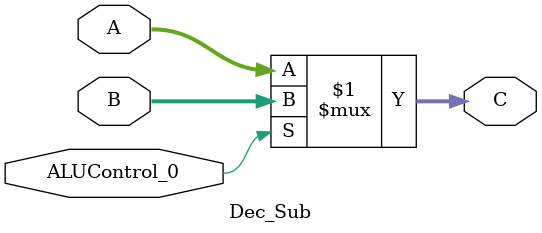
<source format=v>
`timescale 1ns / 1ps
module Dec_Sub(
    input ALUControl_0,
    input[31:0] A,
    input[31:0] B,
    output[31:0] C
    );
assign C = (ALUControl_0)? B:A;

endmodule

</source>
